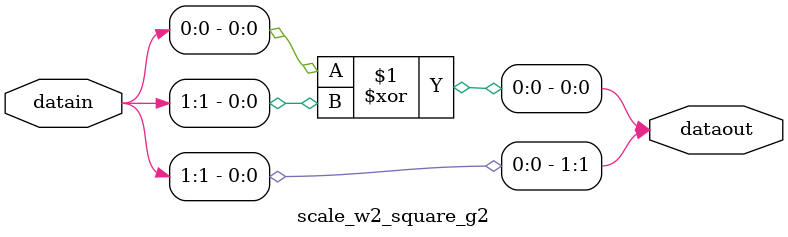
<source format=v>
`timescale 1ns / 1ps


module scale_w2_square_g2(output wire [1:0]dataout, input wire [1:0]datain);
assign dataout[1]=datain[1];
assign dataout[0]=datain[0]^datain[1];
endmodule

</source>
